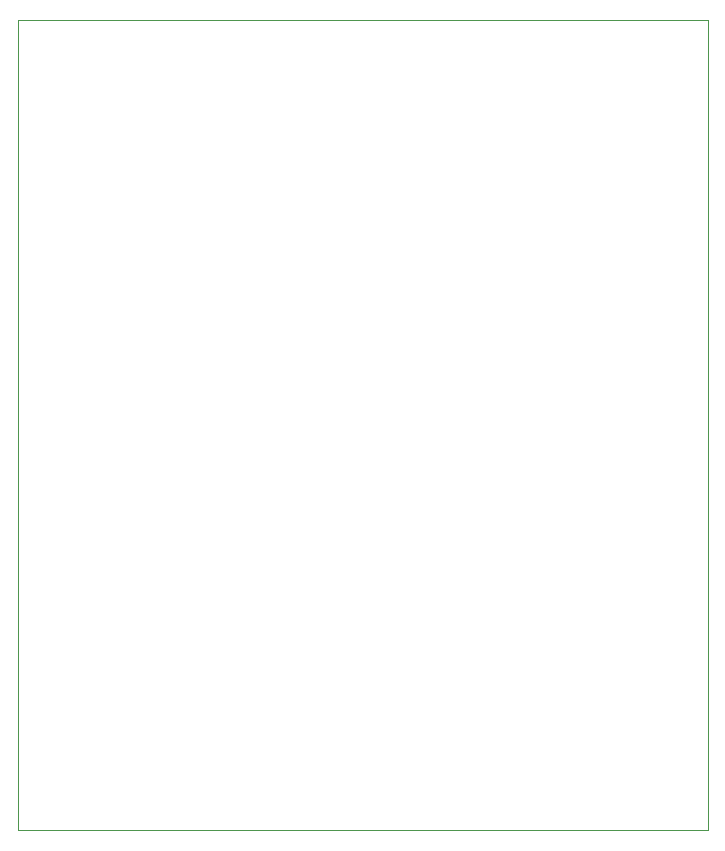
<source format=gm1>
%TF.GenerationSoftware,KiCad,Pcbnew,9.0.0*%
%TF.CreationDate,2025-06-15T18:58:11-04:00*%
%TF.ProjectId,data-logger,64617461-2d6c-46f6-9767-65722e6b6963,rev?*%
%TF.SameCoordinates,Original*%
%TF.FileFunction,Profile,NP*%
%FSLAX46Y46*%
G04 Gerber Fmt 4.6, Leading zero omitted, Abs format (unit mm)*
G04 Created by KiCad (PCBNEW 9.0.0) date 2025-06-15 18:58:11*
%MOMM*%
%LPD*%
G01*
G04 APERTURE LIST*
%TA.AperFunction,Profile*%
%ADD10C,0.050000*%
%TD*%
G04 APERTURE END LIST*
D10*
X101600000Y-71120000D02*
X160020000Y-71120000D01*
X160020000Y-139700000D01*
X101600000Y-139700000D01*
X101600000Y-71120000D01*
M02*

</source>
